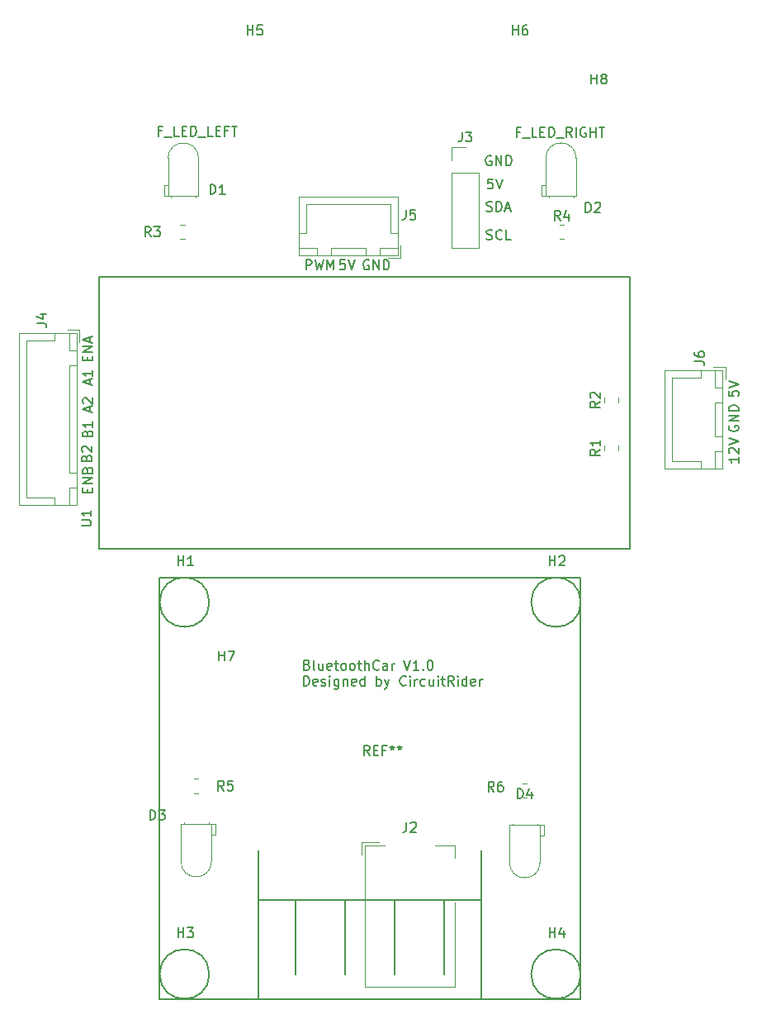
<source format=gto>
%TF.GenerationSoftware,KiCad,Pcbnew,9.0.6*%
%TF.CreationDate,2026-01-26T22:39:46+07:00*%
%TF.ProjectId,BluetoothCar,426c7565-746f-46f7-9468-4361722e6b69,rev?*%
%TF.SameCoordinates,Original*%
%TF.FileFunction,Legend,Top*%
%TF.FilePolarity,Positive*%
%FSLAX46Y46*%
G04 Gerber Fmt 4.6, Leading zero omitted, Abs format (unit mm)*
G04 Created by KiCad (PCBNEW 9.0.6) date 2026-01-26 22:39:46*
%MOMM*%
%LPD*%
G01*
G04 APERTURE LIST*
%ADD10C,0.150000*%
%ADD11C,0.120000*%
%ADD12C,0.127000*%
G04 APERTURE END LIST*
D10*
X147734819Y-100239411D02*
X147734819Y-100810839D01*
X147734819Y-100525125D02*
X146734819Y-100525125D01*
X146734819Y-100525125D02*
X146877676Y-100620363D01*
X146877676Y-100620363D02*
X146972914Y-100715601D01*
X146972914Y-100715601D02*
X147020533Y-100810839D01*
X146830057Y-99858458D02*
X146782438Y-99810839D01*
X146782438Y-99810839D02*
X146734819Y-99715601D01*
X146734819Y-99715601D02*
X146734819Y-99477506D01*
X146734819Y-99477506D02*
X146782438Y-99382268D01*
X146782438Y-99382268D02*
X146830057Y-99334649D01*
X146830057Y-99334649D02*
X146925295Y-99287030D01*
X146925295Y-99287030D02*
X147020533Y-99287030D01*
X147020533Y-99287030D02*
X147163390Y-99334649D01*
X147163390Y-99334649D02*
X147734819Y-99906077D01*
X147734819Y-99906077D02*
X147734819Y-99287030D01*
X146734819Y-99001315D02*
X147734819Y-98667982D01*
X147734819Y-98667982D02*
X146734819Y-98334649D01*
X146782438Y-97039411D02*
X146734819Y-97134649D01*
X146734819Y-97134649D02*
X146734819Y-97277506D01*
X146734819Y-97277506D02*
X146782438Y-97420363D01*
X146782438Y-97420363D02*
X146877676Y-97515601D01*
X146877676Y-97515601D02*
X146972914Y-97563220D01*
X146972914Y-97563220D02*
X147163390Y-97610839D01*
X147163390Y-97610839D02*
X147306247Y-97610839D01*
X147306247Y-97610839D02*
X147496723Y-97563220D01*
X147496723Y-97563220D02*
X147591961Y-97515601D01*
X147591961Y-97515601D02*
X147687200Y-97420363D01*
X147687200Y-97420363D02*
X147734819Y-97277506D01*
X147734819Y-97277506D02*
X147734819Y-97182268D01*
X147734819Y-97182268D02*
X147687200Y-97039411D01*
X147687200Y-97039411D02*
X147639580Y-96991792D01*
X147639580Y-96991792D02*
X147306247Y-96991792D01*
X147306247Y-96991792D02*
X147306247Y-97182268D01*
X147734819Y-96563220D02*
X146734819Y-96563220D01*
X146734819Y-96563220D02*
X147734819Y-95991792D01*
X147734819Y-95991792D02*
X146734819Y-95991792D01*
X147734819Y-95515601D02*
X146734819Y-95515601D01*
X146734819Y-95515601D02*
X146734819Y-95277506D01*
X146734819Y-95277506D02*
X146782438Y-95134649D01*
X146782438Y-95134649D02*
X146877676Y-95039411D01*
X146877676Y-95039411D02*
X146972914Y-94991792D01*
X146972914Y-94991792D02*
X147163390Y-94944173D01*
X147163390Y-94944173D02*
X147306247Y-94944173D01*
X147306247Y-94944173D02*
X147496723Y-94991792D01*
X147496723Y-94991792D02*
X147591961Y-95039411D01*
X147591961Y-95039411D02*
X147687200Y-95134649D01*
X147687200Y-95134649D02*
X147734819Y-95277506D01*
X147734819Y-95277506D02*
X147734819Y-95515601D01*
X103470112Y-121536065D02*
X103612969Y-121583684D01*
X103612969Y-121583684D02*
X103660588Y-121631303D01*
X103660588Y-121631303D02*
X103708207Y-121726541D01*
X103708207Y-121726541D02*
X103708207Y-121869398D01*
X103708207Y-121869398D02*
X103660588Y-121964636D01*
X103660588Y-121964636D02*
X103612969Y-122012256D01*
X103612969Y-122012256D02*
X103517731Y-122059875D01*
X103517731Y-122059875D02*
X103136779Y-122059875D01*
X103136779Y-122059875D02*
X103136779Y-121059875D01*
X103136779Y-121059875D02*
X103470112Y-121059875D01*
X103470112Y-121059875D02*
X103565350Y-121107494D01*
X103565350Y-121107494D02*
X103612969Y-121155113D01*
X103612969Y-121155113D02*
X103660588Y-121250351D01*
X103660588Y-121250351D02*
X103660588Y-121345589D01*
X103660588Y-121345589D02*
X103612969Y-121440827D01*
X103612969Y-121440827D02*
X103565350Y-121488446D01*
X103565350Y-121488446D02*
X103470112Y-121536065D01*
X103470112Y-121536065D02*
X103136779Y-121536065D01*
X104279636Y-122059875D02*
X104184398Y-122012256D01*
X104184398Y-122012256D02*
X104136779Y-121917017D01*
X104136779Y-121917017D02*
X104136779Y-121059875D01*
X105089160Y-121393208D02*
X105089160Y-122059875D01*
X104660589Y-121393208D02*
X104660589Y-121917017D01*
X104660589Y-121917017D02*
X104708208Y-122012256D01*
X104708208Y-122012256D02*
X104803446Y-122059875D01*
X104803446Y-122059875D02*
X104946303Y-122059875D01*
X104946303Y-122059875D02*
X105041541Y-122012256D01*
X105041541Y-122012256D02*
X105089160Y-121964636D01*
X105946303Y-122012256D02*
X105851065Y-122059875D01*
X105851065Y-122059875D02*
X105660589Y-122059875D01*
X105660589Y-122059875D02*
X105565351Y-122012256D01*
X105565351Y-122012256D02*
X105517732Y-121917017D01*
X105517732Y-121917017D02*
X105517732Y-121536065D01*
X105517732Y-121536065D02*
X105565351Y-121440827D01*
X105565351Y-121440827D02*
X105660589Y-121393208D01*
X105660589Y-121393208D02*
X105851065Y-121393208D01*
X105851065Y-121393208D02*
X105946303Y-121440827D01*
X105946303Y-121440827D02*
X105993922Y-121536065D01*
X105993922Y-121536065D02*
X105993922Y-121631303D01*
X105993922Y-121631303D02*
X105517732Y-121726541D01*
X106279637Y-121393208D02*
X106660589Y-121393208D01*
X106422494Y-121059875D02*
X106422494Y-121917017D01*
X106422494Y-121917017D02*
X106470113Y-122012256D01*
X106470113Y-122012256D02*
X106565351Y-122059875D01*
X106565351Y-122059875D02*
X106660589Y-122059875D01*
X107136780Y-122059875D02*
X107041542Y-122012256D01*
X107041542Y-122012256D02*
X106993923Y-121964636D01*
X106993923Y-121964636D02*
X106946304Y-121869398D01*
X106946304Y-121869398D02*
X106946304Y-121583684D01*
X106946304Y-121583684D02*
X106993923Y-121488446D01*
X106993923Y-121488446D02*
X107041542Y-121440827D01*
X107041542Y-121440827D02*
X107136780Y-121393208D01*
X107136780Y-121393208D02*
X107279637Y-121393208D01*
X107279637Y-121393208D02*
X107374875Y-121440827D01*
X107374875Y-121440827D02*
X107422494Y-121488446D01*
X107422494Y-121488446D02*
X107470113Y-121583684D01*
X107470113Y-121583684D02*
X107470113Y-121869398D01*
X107470113Y-121869398D02*
X107422494Y-121964636D01*
X107422494Y-121964636D02*
X107374875Y-122012256D01*
X107374875Y-122012256D02*
X107279637Y-122059875D01*
X107279637Y-122059875D02*
X107136780Y-122059875D01*
X108041542Y-122059875D02*
X107946304Y-122012256D01*
X107946304Y-122012256D02*
X107898685Y-121964636D01*
X107898685Y-121964636D02*
X107851066Y-121869398D01*
X107851066Y-121869398D02*
X107851066Y-121583684D01*
X107851066Y-121583684D02*
X107898685Y-121488446D01*
X107898685Y-121488446D02*
X107946304Y-121440827D01*
X107946304Y-121440827D02*
X108041542Y-121393208D01*
X108041542Y-121393208D02*
X108184399Y-121393208D01*
X108184399Y-121393208D02*
X108279637Y-121440827D01*
X108279637Y-121440827D02*
X108327256Y-121488446D01*
X108327256Y-121488446D02*
X108374875Y-121583684D01*
X108374875Y-121583684D02*
X108374875Y-121869398D01*
X108374875Y-121869398D02*
X108327256Y-121964636D01*
X108327256Y-121964636D02*
X108279637Y-122012256D01*
X108279637Y-122012256D02*
X108184399Y-122059875D01*
X108184399Y-122059875D02*
X108041542Y-122059875D01*
X108660590Y-121393208D02*
X109041542Y-121393208D01*
X108803447Y-121059875D02*
X108803447Y-121917017D01*
X108803447Y-121917017D02*
X108851066Y-122012256D01*
X108851066Y-122012256D02*
X108946304Y-122059875D01*
X108946304Y-122059875D02*
X109041542Y-122059875D01*
X109374876Y-122059875D02*
X109374876Y-121059875D01*
X109803447Y-122059875D02*
X109803447Y-121536065D01*
X109803447Y-121536065D02*
X109755828Y-121440827D01*
X109755828Y-121440827D02*
X109660590Y-121393208D01*
X109660590Y-121393208D02*
X109517733Y-121393208D01*
X109517733Y-121393208D02*
X109422495Y-121440827D01*
X109422495Y-121440827D02*
X109374876Y-121488446D01*
X110851066Y-121964636D02*
X110803447Y-122012256D01*
X110803447Y-122012256D02*
X110660590Y-122059875D01*
X110660590Y-122059875D02*
X110565352Y-122059875D01*
X110565352Y-122059875D02*
X110422495Y-122012256D01*
X110422495Y-122012256D02*
X110327257Y-121917017D01*
X110327257Y-121917017D02*
X110279638Y-121821779D01*
X110279638Y-121821779D02*
X110232019Y-121631303D01*
X110232019Y-121631303D02*
X110232019Y-121488446D01*
X110232019Y-121488446D02*
X110279638Y-121297970D01*
X110279638Y-121297970D02*
X110327257Y-121202732D01*
X110327257Y-121202732D02*
X110422495Y-121107494D01*
X110422495Y-121107494D02*
X110565352Y-121059875D01*
X110565352Y-121059875D02*
X110660590Y-121059875D01*
X110660590Y-121059875D02*
X110803447Y-121107494D01*
X110803447Y-121107494D02*
X110851066Y-121155113D01*
X111708209Y-122059875D02*
X111708209Y-121536065D01*
X111708209Y-121536065D02*
X111660590Y-121440827D01*
X111660590Y-121440827D02*
X111565352Y-121393208D01*
X111565352Y-121393208D02*
X111374876Y-121393208D01*
X111374876Y-121393208D02*
X111279638Y-121440827D01*
X111708209Y-122012256D02*
X111612971Y-122059875D01*
X111612971Y-122059875D02*
X111374876Y-122059875D01*
X111374876Y-122059875D02*
X111279638Y-122012256D01*
X111279638Y-122012256D02*
X111232019Y-121917017D01*
X111232019Y-121917017D02*
X111232019Y-121821779D01*
X111232019Y-121821779D02*
X111279638Y-121726541D01*
X111279638Y-121726541D02*
X111374876Y-121678922D01*
X111374876Y-121678922D02*
X111612971Y-121678922D01*
X111612971Y-121678922D02*
X111708209Y-121631303D01*
X112184400Y-122059875D02*
X112184400Y-121393208D01*
X112184400Y-121583684D02*
X112232019Y-121488446D01*
X112232019Y-121488446D02*
X112279638Y-121440827D01*
X112279638Y-121440827D02*
X112374876Y-121393208D01*
X112374876Y-121393208D02*
X112470114Y-121393208D01*
X113422496Y-121059875D02*
X113755829Y-122059875D01*
X113755829Y-122059875D02*
X114089162Y-121059875D01*
X114946305Y-122059875D02*
X114374877Y-122059875D01*
X114660591Y-122059875D02*
X114660591Y-121059875D01*
X114660591Y-121059875D02*
X114565353Y-121202732D01*
X114565353Y-121202732D02*
X114470115Y-121297970D01*
X114470115Y-121297970D02*
X114374877Y-121345589D01*
X115374877Y-121964636D02*
X115422496Y-122012256D01*
X115422496Y-122012256D02*
X115374877Y-122059875D01*
X115374877Y-122059875D02*
X115327258Y-122012256D01*
X115327258Y-122012256D02*
X115374877Y-121964636D01*
X115374877Y-121964636D02*
X115374877Y-122059875D01*
X116041543Y-121059875D02*
X116136781Y-121059875D01*
X116136781Y-121059875D02*
X116232019Y-121107494D01*
X116232019Y-121107494D02*
X116279638Y-121155113D01*
X116279638Y-121155113D02*
X116327257Y-121250351D01*
X116327257Y-121250351D02*
X116374876Y-121440827D01*
X116374876Y-121440827D02*
X116374876Y-121678922D01*
X116374876Y-121678922D02*
X116327257Y-121869398D01*
X116327257Y-121869398D02*
X116279638Y-121964636D01*
X116279638Y-121964636D02*
X116232019Y-122012256D01*
X116232019Y-122012256D02*
X116136781Y-122059875D01*
X116136781Y-122059875D02*
X116041543Y-122059875D01*
X116041543Y-122059875D02*
X115946305Y-122012256D01*
X115946305Y-122012256D02*
X115898686Y-121964636D01*
X115898686Y-121964636D02*
X115851067Y-121869398D01*
X115851067Y-121869398D02*
X115803448Y-121678922D01*
X115803448Y-121678922D02*
X115803448Y-121440827D01*
X115803448Y-121440827D02*
X115851067Y-121250351D01*
X115851067Y-121250351D02*
X115898686Y-121155113D01*
X115898686Y-121155113D02*
X115946305Y-121107494D01*
X115946305Y-121107494D02*
X116041543Y-121059875D01*
X103136779Y-123669819D02*
X103136779Y-122669819D01*
X103136779Y-122669819D02*
X103374874Y-122669819D01*
X103374874Y-122669819D02*
X103517731Y-122717438D01*
X103517731Y-122717438D02*
X103612969Y-122812676D01*
X103612969Y-122812676D02*
X103660588Y-122907914D01*
X103660588Y-122907914D02*
X103708207Y-123098390D01*
X103708207Y-123098390D02*
X103708207Y-123241247D01*
X103708207Y-123241247D02*
X103660588Y-123431723D01*
X103660588Y-123431723D02*
X103612969Y-123526961D01*
X103612969Y-123526961D02*
X103517731Y-123622200D01*
X103517731Y-123622200D02*
X103374874Y-123669819D01*
X103374874Y-123669819D02*
X103136779Y-123669819D01*
X104517731Y-123622200D02*
X104422493Y-123669819D01*
X104422493Y-123669819D02*
X104232017Y-123669819D01*
X104232017Y-123669819D02*
X104136779Y-123622200D01*
X104136779Y-123622200D02*
X104089160Y-123526961D01*
X104089160Y-123526961D02*
X104089160Y-123146009D01*
X104089160Y-123146009D02*
X104136779Y-123050771D01*
X104136779Y-123050771D02*
X104232017Y-123003152D01*
X104232017Y-123003152D02*
X104422493Y-123003152D01*
X104422493Y-123003152D02*
X104517731Y-123050771D01*
X104517731Y-123050771D02*
X104565350Y-123146009D01*
X104565350Y-123146009D02*
X104565350Y-123241247D01*
X104565350Y-123241247D02*
X104089160Y-123336485D01*
X104946303Y-123622200D02*
X105041541Y-123669819D01*
X105041541Y-123669819D02*
X105232017Y-123669819D01*
X105232017Y-123669819D02*
X105327255Y-123622200D01*
X105327255Y-123622200D02*
X105374874Y-123526961D01*
X105374874Y-123526961D02*
X105374874Y-123479342D01*
X105374874Y-123479342D02*
X105327255Y-123384104D01*
X105327255Y-123384104D02*
X105232017Y-123336485D01*
X105232017Y-123336485D02*
X105089160Y-123336485D01*
X105089160Y-123336485D02*
X104993922Y-123288866D01*
X104993922Y-123288866D02*
X104946303Y-123193628D01*
X104946303Y-123193628D02*
X104946303Y-123146009D01*
X104946303Y-123146009D02*
X104993922Y-123050771D01*
X104993922Y-123050771D02*
X105089160Y-123003152D01*
X105089160Y-123003152D02*
X105232017Y-123003152D01*
X105232017Y-123003152D02*
X105327255Y-123050771D01*
X105803446Y-123669819D02*
X105803446Y-123003152D01*
X105803446Y-122669819D02*
X105755827Y-122717438D01*
X105755827Y-122717438D02*
X105803446Y-122765057D01*
X105803446Y-122765057D02*
X105851065Y-122717438D01*
X105851065Y-122717438D02*
X105803446Y-122669819D01*
X105803446Y-122669819D02*
X105803446Y-122765057D01*
X106708207Y-123003152D02*
X106708207Y-123812676D01*
X106708207Y-123812676D02*
X106660588Y-123907914D01*
X106660588Y-123907914D02*
X106612969Y-123955533D01*
X106612969Y-123955533D02*
X106517731Y-124003152D01*
X106517731Y-124003152D02*
X106374874Y-124003152D01*
X106374874Y-124003152D02*
X106279636Y-123955533D01*
X106708207Y-123622200D02*
X106612969Y-123669819D01*
X106612969Y-123669819D02*
X106422493Y-123669819D01*
X106422493Y-123669819D02*
X106327255Y-123622200D01*
X106327255Y-123622200D02*
X106279636Y-123574580D01*
X106279636Y-123574580D02*
X106232017Y-123479342D01*
X106232017Y-123479342D02*
X106232017Y-123193628D01*
X106232017Y-123193628D02*
X106279636Y-123098390D01*
X106279636Y-123098390D02*
X106327255Y-123050771D01*
X106327255Y-123050771D02*
X106422493Y-123003152D01*
X106422493Y-123003152D02*
X106612969Y-123003152D01*
X106612969Y-123003152D02*
X106708207Y-123050771D01*
X107184398Y-123003152D02*
X107184398Y-123669819D01*
X107184398Y-123098390D02*
X107232017Y-123050771D01*
X107232017Y-123050771D02*
X107327255Y-123003152D01*
X107327255Y-123003152D02*
X107470112Y-123003152D01*
X107470112Y-123003152D02*
X107565350Y-123050771D01*
X107565350Y-123050771D02*
X107612969Y-123146009D01*
X107612969Y-123146009D02*
X107612969Y-123669819D01*
X108470112Y-123622200D02*
X108374874Y-123669819D01*
X108374874Y-123669819D02*
X108184398Y-123669819D01*
X108184398Y-123669819D02*
X108089160Y-123622200D01*
X108089160Y-123622200D02*
X108041541Y-123526961D01*
X108041541Y-123526961D02*
X108041541Y-123146009D01*
X108041541Y-123146009D02*
X108089160Y-123050771D01*
X108089160Y-123050771D02*
X108184398Y-123003152D01*
X108184398Y-123003152D02*
X108374874Y-123003152D01*
X108374874Y-123003152D02*
X108470112Y-123050771D01*
X108470112Y-123050771D02*
X108517731Y-123146009D01*
X108517731Y-123146009D02*
X108517731Y-123241247D01*
X108517731Y-123241247D02*
X108041541Y-123336485D01*
X109374874Y-123669819D02*
X109374874Y-122669819D01*
X109374874Y-123622200D02*
X109279636Y-123669819D01*
X109279636Y-123669819D02*
X109089160Y-123669819D01*
X109089160Y-123669819D02*
X108993922Y-123622200D01*
X108993922Y-123622200D02*
X108946303Y-123574580D01*
X108946303Y-123574580D02*
X108898684Y-123479342D01*
X108898684Y-123479342D02*
X108898684Y-123193628D01*
X108898684Y-123193628D02*
X108946303Y-123098390D01*
X108946303Y-123098390D02*
X108993922Y-123050771D01*
X108993922Y-123050771D02*
X109089160Y-123003152D01*
X109089160Y-123003152D02*
X109279636Y-123003152D01*
X109279636Y-123003152D02*
X109374874Y-123050771D01*
X110612970Y-123669819D02*
X110612970Y-122669819D01*
X110612970Y-123050771D02*
X110708208Y-123003152D01*
X110708208Y-123003152D02*
X110898684Y-123003152D01*
X110898684Y-123003152D02*
X110993922Y-123050771D01*
X110993922Y-123050771D02*
X111041541Y-123098390D01*
X111041541Y-123098390D02*
X111089160Y-123193628D01*
X111089160Y-123193628D02*
X111089160Y-123479342D01*
X111089160Y-123479342D02*
X111041541Y-123574580D01*
X111041541Y-123574580D02*
X110993922Y-123622200D01*
X110993922Y-123622200D02*
X110898684Y-123669819D01*
X110898684Y-123669819D02*
X110708208Y-123669819D01*
X110708208Y-123669819D02*
X110612970Y-123622200D01*
X111422494Y-123003152D02*
X111660589Y-123669819D01*
X111898684Y-123003152D02*
X111660589Y-123669819D01*
X111660589Y-123669819D02*
X111565351Y-123907914D01*
X111565351Y-123907914D02*
X111517732Y-123955533D01*
X111517732Y-123955533D02*
X111422494Y-124003152D01*
X113612970Y-123574580D02*
X113565351Y-123622200D01*
X113565351Y-123622200D02*
X113422494Y-123669819D01*
X113422494Y-123669819D02*
X113327256Y-123669819D01*
X113327256Y-123669819D02*
X113184399Y-123622200D01*
X113184399Y-123622200D02*
X113089161Y-123526961D01*
X113089161Y-123526961D02*
X113041542Y-123431723D01*
X113041542Y-123431723D02*
X112993923Y-123241247D01*
X112993923Y-123241247D02*
X112993923Y-123098390D01*
X112993923Y-123098390D02*
X113041542Y-122907914D01*
X113041542Y-122907914D02*
X113089161Y-122812676D01*
X113089161Y-122812676D02*
X113184399Y-122717438D01*
X113184399Y-122717438D02*
X113327256Y-122669819D01*
X113327256Y-122669819D02*
X113422494Y-122669819D01*
X113422494Y-122669819D02*
X113565351Y-122717438D01*
X113565351Y-122717438D02*
X113612970Y-122765057D01*
X114041542Y-123669819D02*
X114041542Y-123003152D01*
X114041542Y-122669819D02*
X113993923Y-122717438D01*
X113993923Y-122717438D02*
X114041542Y-122765057D01*
X114041542Y-122765057D02*
X114089161Y-122717438D01*
X114089161Y-122717438D02*
X114041542Y-122669819D01*
X114041542Y-122669819D02*
X114041542Y-122765057D01*
X114517732Y-123669819D02*
X114517732Y-123003152D01*
X114517732Y-123193628D02*
X114565351Y-123098390D01*
X114565351Y-123098390D02*
X114612970Y-123050771D01*
X114612970Y-123050771D02*
X114708208Y-123003152D01*
X114708208Y-123003152D02*
X114803446Y-123003152D01*
X115565351Y-123622200D02*
X115470113Y-123669819D01*
X115470113Y-123669819D02*
X115279637Y-123669819D01*
X115279637Y-123669819D02*
X115184399Y-123622200D01*
X115184399Y-123622200D02*
X115136780Y-123574580D01*
X115136780Y-123574580D02*
X115089161Y-123479342D01*
X115089161Y-123479342D02*
X115089161Y-123193628D01*
X115089161Y-123193628D02*
X115136780Y-123098390D01*
X115136780Y-123098390D02*
X115184399Y-123050771D01*
X115184399Y-123050771D02*
X115279637Y-123003152D01*
X115279637Y-123003152D02*
X115470113Y-123003152D01*
X115470113Y-123003152D02*
X115565351Y-123050771D01*
X116422494Y-123003152D02*
X116422494Y-123669819D01*
X115993923Y-123003152D02*
X115993923Y-123526961D01*
X115993923Y-123526961D02*
X116041542Y-123622200D01*
X116041542Y-123622200D02*
X116136780Y-123669819D01*
X116136780Y-123669819D02*
X116279637Y-123669819D01*
X116279637Y-123669819D02*
X116374875Y-123622200D01*
X116374875Y-123622200D02*
X116422494Y-123574580D01*
X116898685Y-123669819D02*
X116898685Y-123003152D01*
X116898685Y-122669819D02*
X116851066Y-122717438D01*
X116851066Y-122717438D02*
X116898685Y-122765057D01*
X116898685Y-122765057D02*
X116946304Y-122717438D01*
X116946304Y-122717438D02*
X116898685Y-122669819D01*
X116898685Y-122669819D02*
X116898685Y-122765057D01*
X117232018Y-123003152D02*
X117612970Y-123003152D01*
X117374875Y-122669819D02*
X117374875Y-123526961D01*
X117374875Y-123526961D02*
X117422494Y-123622200D01*
X117422494Y-123622200D02*
X117517732Y-123669819D01*
X117517732Y-123669819D02*
X117612970Y-123669819D01*
X118517732Y-123669819D02*
X118184399Y-123193628D01*
X117946304Y-123669819D02*
X117946304Y-122669819D01*
X117946304Y-122669819D02*
X118327256Y-122669819D01*
X118327256Y-122669819D02*
X118422494Y-122717438D01*
X118422494Y-122717438D02*
X118470113Y-122765057D01*
X118470113Y-122765057D02*
X118517732Y-122860295D01*
X118517732Y-122860295D02*
X118517732Y-123003152D01*
X118517732Y-123003152D02*
X118470113Y-123098390D01*
X118470113Y-123098390D02*
X118422494Y-123146009D01*
X118422494Y-123146009D02*
X118327256Y-123193628D01*
X118327256Y-123193628D02*
X117946304Y-123193628D01*
X118946304Y-123669819D02*
X118946304Y-123003152D01*
X118946304Y-122669819D02*
X118898685Y-122717438D01*
X118898685Y-122717438D02*
X118946304Y-122765057D01*
X118946304Y-122765057D02*
X118993923Y-122717438D01*
X118993923Y-122717438D02*
X118946304Y-122669819D01*
X118946304Y-122669819D02*
X118946304Y-122765057D01*
X119851065Y-123669819D02*
X119851065Y-122669819D01*
X119851065Y-123622200D02*
X119755827Y-123669819D01*
X119755827Y-123669819D02*
X119565351Y-123669819D01*
X119565351Y-123669819D02*
X119470113Y-123622200D01*
X119470113Y-123622200D02*
X119422494Y-123574580D01*
X119422494Y-123574580D02*
X119374875Y-123479342D01*
X119374875Y-123479342D02*
X119374875Y-123193628D01*
X119374875Y-123193628D02*
X119422494Y-123098390D01*
X119422494Y-123098390D02*
X119470113Y-123050771D01*
X119470113Y-123050771D02*
X119565351Y-123003152D01*
X119565351Y-123003152D02*
X119755827Y-123003152D01*
X119755827Y-123003152D02*
X119851065Y-123050771D01*
X120708208Y-123622200D02*
X120612970Y-123669819D01*
X120612970Y-123669819D02*
X120422494Y-123669819D01*
X120422494Y-123669819D02*
X120327256Y-123622200D01*
X120327256Y-123622200D02*
X120279637Y-123526961D01*
X120279637Y-123526961D02*
X120279637Y-123146009D01*
X120279637Y-123146009D02*
X120327256Y-123050771D01*
X120327256Y-123050771D02*
X120422494Y-123003152D01*
X120422494Y-123003152D02*
X120612970Y-123003152D01*
X120612970Y-123003152D02*
X120708208Y-123050771D01*
X120708208Y-123050771D02*
X120755827Y-123146009D01*
X120755827Y-123146009D02*
X120755827Y-123241247D01*
X120755827Y-123241247D02*
X120279637Y-123336485D01*
X121184399Y-123669819D02*
X121184399Y-123003152D01*
X121184399Y-123193628D02*
X121232018Y-123098390D01*
X121232018Y-123098390D02*
X121279637Y-123050771D01*
X121279637Y-123050771D02*
X121374875Y-123003152D01*
X121374875Y-123003152D02*
X121470113Y-123003152D01*
X107352969Y-80044819D02*
X106876779Y-80044819D01*
X106876779Y-80044819D02*
X106829160Y-80521009D01*
X106829160Y-80521009D02*
X106876779Y-80473390D01*
X106876779Y-80473390D02*
X106972017Y-80425771D01*
X106972017Y-80425771D02*
X107210112Y-80425771D01*
X107210112Y-80425771D02*
X107305350Y-80473390D01*
X107305350Y-80473390D02*
X107352969Y-80521009D01*
X107352969Y-80521009D02*
X107400588Y-80616247D01*
X107400588Y-80616247D02*
X107400588Y-80854342D01*
X107400588Y-80854342D02*
X107352969Y-80949580D01*
X107352969Y-80949580D02*
X107305350Y-80997200D01*
X107305350Y-80997200D02*
X107210112Y-81044819D01*
X107210112Y-81044819D02*
X106972017Y-81044819D01*
X106972017Y-81044819D02*
X106876779Y-80997200D01*
X106876779Y-80997200D02*
X106829160Y-80949580D01*
X107686303Y-80044819D02*
X108019636Y-81044819D01*
X108019636Y-81044819D02*
X108352969Y-80044819D01*
X80946009Y-90363220D02*
X80946009Y-90029887D01*
X81469819Y-89887030D02*
X81469819Y-90363220D01*
X81469819Y-90363220D02*
X80469819Y-90363220D01*
X80469819Y-90363220D02*
X80469819Y-89887030D01*
X81469819Y-89458458D02*
X80469819Y-89458458D01*
X80469819Y-89458458D02*
X81469819Y-88887030D01*
X81469819Y-88887030D02*
X80469819Y-88887030D01*
X81184104Y-88458458D02*
X81184104Y-87982268D01*
X81469819Y-88553696D02*
X80469819Y-88220363D01*
X80469819Y-88220363D02*
X81469819Y-87887030D01*
X146734819Y-93487030D02*
X146734819Y-93963220D01*
X146734819Y-93963220D02*
X147211009Y-94010839D01*
X147211009Y-94010839D02*
X147163390Y-93963220D01*
X147163390Y-93963220D02*
X147115771Y-93867982D01*
X147115771Y-93867982D02*
X147115771Y-93629887D01*
X147115771Y-93629887D02*
X147163390Y-93534649D01*
X147163390Y-93534649D02*
X147211009Y-93487030D01*
X147211009Y-93487030D02*
X147306247Y-93439411D01*
X147306247Y-93439411D02*
X147544342Y-93439411D01*
X147544342Y-93439411D02*
X147639580Y-93487030D01*
X147639580Y-93487030D02*
X147687200Y-93534649D01*
X147687200Y-93534649D02*
X147734819Y-93629887D01*
X147734819Y-93629887D02*
X147734819Y-93867982D01*
X147734819Y-93867982D02*
X147687200Y-93963220D01*
X147687200Y-93963220D02*
X147639580Y-94010839D01*
X146734819Y-93153696D02*
X147734819Y-92820363D01*
X147734819Y-92820363D02*
X146734819Y-92487030D01*
X103376779Y-81044819D02*
X103376779Y-80044819D01*
X103376779Y-80044819D02*
X103757731Y-80044819D01*
X103757731Y-80044819D02*
X103852969Y-80092438D01*
X103852969Y-80092438D02*
X103900588Y-80140057D01*
X103900588Y-80140057D02*
X103948207Y-80235295D01*
X103948207Y-80235295D02*
X103948207Y-80378152D01*
X103948207Y-80378152D02*
X103900588Y-80473390D01*
X103900588Y-80473390D02*
X103852969Y-80521009D01*
X103852969Y-80521009D02*
X103757731Y-80568628D01*
X103757731Y-80568628D02*
X103376779Y-80568628D01*
X104281541Y-80044819D02*
X104519636Y-81044819D01*
X104519636Y-81044819D02*
X104710112Y-80330533D01*
X104710112Y-80330533D02*
X104900588Y-81044819D01*
X104900588Y-81044819D02*
X105138684Y-80044819D01*
X105519636Y-81044819D02*
X105519636Y-80044819D01*
X105519636Y-80044819D02*
X105852969Y-80759104D01*
X105852969Y-80759104D02*
X106186302Y-80044819D01*
X106186302Y-80044819D02*
X106186302Y-81044819D01*
X80846009Y-100329887D02*
X80893628Y-100187030D01*
X80893628Y-100187030D02*
X80941247Y-100139411D01*
X80941247Y-100139411D02*
X81036485Y-100091792D01*
X81036485Y-100091792D02*
X81179342Y-100091792D01*
X81179342Y-100091792D02*
X81274580Y-100139411D01*
X81274580Y-100139411D02*
X81322200Y-100187030D01*
X81322200Y-100187030D02*
X81369819Y-100282268D01*
X81369819Y-100282268D02*
X81369819Y-100663220D01*
X81369819Y-100663220D02*
X80369819Y-100663220D01*
X80369819Y-100663220D02*
X80369819Y-100329887D01*
X80369819Y-100329887D02*
X80417438Y-100234649D01*
X80417438Y-100234649D02*
X80465057Y-100187030D01*
X80465057Y-100187030D02*
X80560295Y-100139411D01*
X80560295Y-100139411D02*
X80655533Y-100139411D01*
X80655533Y-100139411D02*
X80750771Y-100187030D01*
X80750771Y-100187030D02*
X80798390Y-100234649D01*
X80798390Y-100234649D02*
X80846009Y-100329887D01*
X80846009Y-100329887D02*
X80846009Y-100663220D01*
X80465057Y-99710839D02*
X80417438Y-99663220D01*
X80417438Y-99663220D02*
X80369819Y-99567982D01*
X80369819Y-99567982D02*
X80369819Y-99329887D01*
X80369819Y-99329887D02*
X80417438Y-99234649D01*
X80417438Y-99234649D02*
X80465057Y-99187030D01*
X80465057Y-99187030D02*
X80560295Y-99139411D01*
X80560295Y-99139411D02*
X80655533Y-99139411D01*
X80655533Y-99139411D02*
X80798390Y-99187030D01*
X80798390Y-99187030D02*
X81369819Y-99758458D01*
X81369819Y-99758458D02*
X81369819Y-99139411D01*
X122512969Y-71769819D02*
X122036779Y-71769819D01*
X122036779Y-71769819D02*
X121989160Y-72246009D01*
X121989160Y-72246009D02*
X122036779Y-72198390D01*
X122036779Y-72198390D02*
X122132017Y-72150771D01*
X122132017Y-72150771D02*
X122370112Y-72150771D01*
X122370112Y-72150771D02*
X122465350Y-72198390D01*
X122465350Y-72198390D02*
X122512969Y-72246009D01*
X122512969Y-72246009D02*
X122560588Y-72341247D01*
X122560588Y-72341247D02*
X122560588Y-72579342D01*
X122560588Y-72579342D02*
X122512969Y-72674580D01*
X122512969Y-72674580D02*
X122465350Y-72722200D01*
X122465350Y-72722200D02*
X122370112Y-72769819D01*
X122370112Y-72769819D02*
X122132017Y-72769819D01*
X122132017Y-72769819D02*
X122036779Y-72722200D01*
X122036779Y-72722200D02*
X121989160Y-72674580D01*
X122846303Y-71769819D02*
X123179636Y-72769819D01*
X123179636Y-72769819D02*
X123512969Y-71769819D01*
X80946009Y-97829887D02*
X80993628Y-97687030D01*
X80993628Y-97687030D02*
X81041247Y-97639411D01*
X81041247Y-97639411D02*
X81136485Y-97591792D01*
X81136485Y-97591792D02*
X81279342Y-97591792D01*
X81279342Y-97591792D02*
X81374580Y-97639411D01*
X81374580Y-97639411D02*
X81422200Y-97687030D01*
X81422200Y-97687030D02*
X81469819Y-97782268D01*
X81469819Y-97782268D02*
X81469819Y-98163220D01*
X81469819Y-98163220D02*
X80469819Y-98163220D01*
X80469819Y-98163220D02*
X80469819Y-97829887D01*
X80469819Y-97829887D02*
X80517438Y-97734649D01*
X80517438Y-97734649D02*
X80565057Y-97687030D01*
X80565057Y-97687030D02*
X80660295Y-97639411D01*
X80660295Y-97639411D02*
X80755533Y-97639411D01*
X80755533Y-97639411D02*
X80850771Y-97687030D01*
X80850771Y-97687030D02*
X80898390Y-97734649D01*
X80898390Y-97734649D02*
X80946009Y-97829887D01*
X80946009Y-97829887D02*
X80946009Y-98163220D01*
X81469819Y-96639411D02*
X81469819Y-97210839D01*
X81469819Y-96925125D02*
X80469819Y-96925125D01*
X80469819Y-96925125D02*
X80612676Y-97020363D01*
X80612676Y-97020363D02*
X80707914Y-97115601D01*
X80707914Y-97115601D02*
X80755533Y-97210839D01*
X81184104Y-95610839D02*
X81184104Y-95134649D01*
X81469819Y-95706077D02*
X80469819Y-95372744D01*
X80469819Y-95372744D02*
X81469819Y-95039411D01*
X80565057Y-94753696D02*
X80517438Y-94706077D01*
X80517438Y-94706077D02*
X80469819Y-94610839D01*
X80469819Y-94610839D02*
X80469819Y-94372744D01*
X80469819Y-94372744D02*
X80517438Y-94277506D01*
X80517438Y-94277506D02*
X80565057Y-94229887D01*
X80565057Y-94229887D02*
X80660295Y-94182268D01*
X80660295Y-94182268D02*
X80755533Y-94182268D01*
X80755533Y-94182268D02*
X80898390Y-94229887D01*
X80898390Y-94229887D02*
X81469819Y-94801315D01*
X81469819Y-94801315D02*
X81469819Y-94182268D01*
X81184104Y-92810839D02*
X81184104Y-92334649D01*
X81469819Y-92906077D02*
X80469819Y-92572744D01*
X80469819Y-92572744D02*
X81469819Y-92239411D01*
X81469819Y-91382268D02*
X81469819Y-91953696D01*
X81469819Y-91667982D02*
X80469819Y-91667982D01*
X80469819Y-91667982D02*
X80612676Y-91763220D01*
X80612676Y-91763220D02*
X80707914Y-91858458D01*
X80707914Y-91858458D02*
X80755533Y-91953696D01*
X109800588Y-80092438D02*
X109705350Y-80044819D01*
X109705350Y-80044819D02*
X109562493Y-80044819D01*
X109562493Y-80044819D02*
X109419636Y-80092438D01*
X109419636Y-80092438D02*
X109324398Y-80187676D01*
X109324398Y-80187676D02*
X109276779Y-80282914D01*
X109276779Y-80282914D02*
X109229160Y-80473390D01*
X109229160Y-80473390D02*
X109229160Y-80616247D01*
X109229160Y-80616247D02*
X109276779Y-80806723D01*
X109276779Y-80806723D02*
X109324398Y-80901961D01*
X109324398Y-80901961D02*
X109419636Y-80997200D01*
X109419636Y-80997200D02*
X109562493Y-81044819D01*
X109562493Y-81044819D02*
X109657731Y-81044819D01*
X109657731Y-81044819D02*
X109800588Y-80997200D01*
X109800588Y-80997200D02*
X109848207Y-80949580D01*
X109848207Y-80949580D02*
X109848207Y-80616247D01*
X109848207Y-80616247D02*
X109657731Y-80616247D01*
X110276779Y-81044819D02*
X110276779Y-80044819D01*
X110276779Y-80044819D02*
X110848207Y-81044819D01*
X110848207Y-81044819D02*
X110848207Y-80044819D01*
X111324398Y-81044819D02*
X111324398Y-80044819D01*
X111324398Y-80044819D02*
X111562493Y-80044819D01*
X111562493Y-80044819D02*
X111705350Y-80092438D01*
X111705350Y-80092438D02*
X111800588Y-80187676D01*
X111800588Y-80187676D02*
X111848207Y-80282914D01*
X111848207Y-80282914D02*
X111895826Y-80473390D01*
X111895826Y-80473390D02*
X111895826Y-80616247D01*
X111895826Y-80616247D02*
X111848207Y-80806723D01*
X111848207Y-80806723D02*
X111800588Y-80901961D01*
X111800588Y-80901961D02*
X111705350Y-80997200D01*
X111705350Y-80997200D02*
X111562493Y-81044819D01*
X111562493Y-81044819D02*
X111324398Y-81044819D01*
X122360588Y-69417438D02*
X122265350Y-69369819D01*
X122265350Y-69369819D02*
X122122493Y-69369819D01*
X122122493Y-69369819D02*
X121979636Y-69417438D01*
X121979636Y-69417438D02*
X121884398Y-69512676D01*
X121884398Y-69512676D02*
X121836779Y-69607914D01*
X121836779Y-69607914D02*
X121789160Y-69798390D01*
X121789160Y-69798390D02*
X121789160Y-69941247D01*
X121789160Y-69941247D02*
X121836779Y-70131723D01*
X121836779Y-70131723D02*
X121884398Y-70226961D01*
X121884398Y-70226961D02*
X121979636Y-70322200D01*
X121979636Y-70322200D02*
X122122493Y-70369819D01*
X122122493Y-70369819D02*
X122217731Y-70369819D01*
X122217731Y-70369819D02*
X122360588Y-70322200D01*
X122360588Y-70322200D02*
X122408207Y-70274580D01*
X122408207Y-70274580D02*
X122408207Y-69941247D01*
X122408207Y-69941247D02*
X122217731Y-69941247D01*
X122836779Y-70369819D02*
X122836779Y-69369819D01*
X122836779Y-69369819D02*
X123408207Y-70369819D01*
X123408207Y-70369819D02*
X123408207Y-69369819D01*
X123884398Y-70369819D02*
X123884398Y-69369819D01*
X123884398Y-69369819D02*
X124122493Y-69369819D01*
X124122493Y-69369819D02*
X124265350Y-69417438D01*
X124265350Y-69417438D02*
X124360588Y-69512676D01*
X124360588Y-69512676D02*
X124408207Y-69607914D01*
X124408207Y-69607914D02*
X124455826Y-69798390D01*
X124455826Y-69798390D02*
X124455826Y-69941247D01*
X124455826Y-69941247D02*
X124408207Y-70131723D01*
X124408207Y-70131723D02*
X124360588Y-70226961D01*
X124360588Y-70226961D02*
X124265350Y-70322200D01*
X124265350Y-70322200D02*
X124122493Y-70369819D01*
X124122493Y-70369819D02*
X123884398Y-70369819D01*
X121889160Y-75022200D02*
X122032017Y-75069819D01*
X122032017Y-75069819D02*
X122270112Y-75069819D01*
X122270112Y-75069819D02*
X122365350Y-75022200D01*
X122365350Y-75022200D02*
X122412969Y-74974580D01*
X122412969Y-74974580D02*
X122460588Y-74879342D01*
X122460588Y-74879342D02*
X122460588Y-74784104D01*
X122460588Y-74784104D02*
X122412969Y-74688866D01*
X122412969Y-74688866D02*
X122365350Y-74641247D01*
X122365350Y-74641247D02*
X122270112Y-74593628D01*
X122270112Y-74593628D02*
X122079636Y-74546009D01*
X122079636Y-74546009D02*
X121984398Y-74498390D01*
X121984398Y-74498390D02*
X121936779Y-74450771D01*
X121936779Y-74450771D02*
X121889160Y-74355533D01*
X121889160Y-74355533D02*
X121889160Y-74260295D01*
X121889160Y-74260295D02*
X121936779Y-74165057D01*
X121936779Y-74165057D02*
X121984398Y-74117438D01*
X121984398Y-74117438D02*
X122079636Y-74069819D01*
X122079636Y-74069819D02*
X122317731Y-74069819D01*
X122317731Y-74069819D02*
X122460588Y-74117438D01*
X122889160Y-75069819D02*
X122889160Y-74069819D01*
X122889160Y-74069819D02*
X123127255Y-74069819D01*
X123127255Y-74069819D02*
X123270112Y-74117438D01*
X123270112Y-74117438D02*
X123365350Y-74212676D01*
X123365350Y-74212676D02*
X123412969Y-74307914D01*
X123412969Y-74307914D02*
X123460588Y-74498390D01*
X123460588Y-74498390D02*
X123460588Y-74641247D01*
X123460588Y-74641247D02*
X123412969Y-74831723D01*
X123412969Y-74831723D02*
X123365350Y-74926961D01*
X123365350Y-74926961D02*
X123270112Y-75022200D01*
X123270112Y-75022200D02*
X123127255Y-75069819D01*
X123127255Y-75069819D02*
X122889160Y-75069819D01*
X123841541Y-74784104D02*
X124317731Y-74784104D01*
X123746303Y-75069819D02*
X124079636Y-74069819D01*
X124079636Y-74069819D02*
X124412969Y-75069819D01*
X121889160Y-77922200D02*
X122032017Y-77969819D01*
X122032017Y-77969819D02*
X122270112Y-77969819D01*
X122270112Y-77969819D02*
X122365350Y-77922200D01*
X122365350Y-77922200D02*
X122412969Y-77874580D01*
X122412969Y-77874580D02*
X122460588Y-77779342D01*
X122460588Y-77779342D02*
X122460588Y-77684104D01*
X122460588Y-77684104D02*
X122412969Y-77588866D01*
X122412969Y-77588866D02*
X122365350Y-77541247D01*
X122365350Y-77541247D02*
X122270112Y-77493628D01*
X122270112Y-77493628D02*
X122079636Y-77446009D01*
X122079636Y-77446009D02*
X121984398Y-77398390D01*
X121984398Y-77398390D02*
X121936779Y-77350771D01*
X121936779Y-77350771D02*
X121889160Y-77255533D01*
X121889160Y-77255533D02*
X121889160Y-77160295D01*
X121889160Y-77160295D02*
X121936779Y-77065057D01*
X121936779Y-77065057D02*
X121984398Y-77017438D01*
X121984398Y-77017438D02*
X122079636Y-76969819D01*
X122079636Y-76969819D02*
X122317731Y-76969819D01*
X122317731Y-76969819D02*
X122460588Y-77017438D01*
X123460588Y-77874580D02*
X123412969Y-77922200D01*
X123412969Y-77922200D02*
X123270112Y-77969819D01*
X123270112Y-77969819D02*
X123174874Y-77969819D01*
X123174874Y-77969819D02*
X123032017Y-77922200D01*
X123032017Y-77922200D02*
X122936779Y-77826961D01*
X122936779Y-77826961D02*
X122889160Y-77731723D01*
X122889160Y-77731723D02*
X122841541Y-77541247D01*
X122841541Y-77541247D02*
X122841541Y-77398390D01*
X122841541Y-77398390D02*
X122889160Y-77207914D01*
X122889160Y-77207914D02*
X122936779Y-77112676D01*
X122936779Y-77112676D02*
X123032017Y-77017438D01*
X123032017Y-77017438D02*
X123174874Y-76969819D01*
X123174874Y-76969819D02*
X123270112Y-76969819D01*
X123270112Y-76969819D02*
X123412969Y-77017438D01*
X123412969Y-77017438D02*
X123460588Y-77065057D01*
X124365350Y-77969819D02*
X123889160Y-77969819D01*
X123889160Y-77969819D02*
X123889160Y-76969819D01*
X80946009Y-103863220D02*
X80946009Y-103529887D01*
X81469819Y-103387030D02*
X81469819Y-103863220D01*
X81469819Y-103863220D02*
X80469819Y-103863220D01*
X80469819Y-103863220D02*
X80469819Y-103387030D01*
X81469819Y-102958458D02*
X80469819Y-102958458D01*
X80469819Y-102958458D02*
X81469819Y-102387030D01*
X81469819Y-102387030D02*
X80469819Y-102387030D01*
X80946009Y-101577506D02*
X80993628Y-101434649D01*
X80993628Y-101434649D02*
X81041247Y-101387030D01*
X81041247Y-101387030D02*
X81136485Y-101339411D01*
X81136485Y-101339411D02*
X81279342Y-101339411D01*
X81279342Y-101339411D02*
X81374580Y-101387030D01*
X81374580Y-101387030D02*
X81422200Y-101434649D01*
X81422200Y-101434649D02*
X81469819Y-101529887D01*
X81469819Y-101529887D02*
X81469819Y-101910839D01*
X81469819Y-101910839D02*
X80469819Y-101910839D01*
X80469819Y-101910839D02*
X80469819Y-101577506D01*
X80469819Y-101577506D02*
X80517438Y-101482268D01*
X80517438Y-101482268D02*
X80565057Y-101434649D01*
X80565057Y-101434649D02*
X80660295Y-101387030D01*
X80660295Y-101387030D02*
X80755533Y-101387030D01*
X80755533Y-101387030D02*
X80850771Y-101434649D01*
X80850771Y-101434649D02*
X80898390Y-101482268D01*
X80898390Y-101482268D02*
X80946009Y-101577506D01*
X80946009Y-101577506D02*
X80946009Y-101910839D01*
X109886666Y-130809819D02*
X109553333Y-130333628D01*
X109315238Y-130809819D02*
X109315238Y-129809819D01*
X109315238Y-129809819D02*
X109696190Y-129809819D01*
X109696190Y-129809819D02*
X109791428Y-129857438D01*
X109791428Y-129857438D02*
X109839047Y-129905057D01*
X109839047Y-129905057D02*
X109886666Y-130000295D01*
X109886666Y-130000295D02*
X109886666Y-130143152D01*
X109886666Y-130143152D02*
X109839047Y-130238390D01*
X109839047Y-130238390D02*
X109791428Y-130286009D01*
X109791428Y-130286009D02*
X109696190Y-130333628D01*
X109696190Y-130333628D02*
X109315238Y-130333628D01*
X110315238Y-130286009D02*
X110648571Y-130286009D01*
X110791428Y-130809819D02*
X110315238Y-130809819D01*
X110315238Y-130809819D02*
X110315238Y-129809819D01*
X110315238Y-129809819D02*
X110791428Y-129809819D01*
X111553333Y-130286009D02*
X111220000Y-130286009D01*
X111220000Y-130809819D02*
X111220000Y-129809819D01*
X111220000Y-129809819D02*
X111696190Y-129809819D01*
X112220000Y-129809819D02*
X112220000Y-130047914D01*
X111981905Y-129952676D02*
X112220000Y-130047914D01*
X112220000Y-130047914D02*
X112458095Y-129952676D01*
X112077143Y-130238390D02*
X112220000Y-130047914D01*
X112220000Y-130047914D02*
X112362857Y-130238390D01*
X112981905Y-129809819D02*
X112981905Y-130047914D01*
X112743810Y-129952676D02*
X112981905Y-130047914D01*
X112981905Y-130047914D02*
X113220000Y-129952676D01*
X112839048Y-130238390D02*
X112981905Y-130047914D01*
X112981905Y-130047914D02*
X113124762Y-130238390D01*
X113606666Y-74929819D02*
X113606666Y-75644104D01*
X113606666Y-75644104D02*
X113559047Y-75786961D01*
X113559047Y-75786961D02*
X113463809Y-75882200D01*
X113463809Y-75882200D02*
X113320952Y-75929819D01*
X113320952Y-75929819D02*
X113225714Y-75929819D01*
X114559047Y-74929819D02*
X114082857Y-74929819D01*
X114082857Y-74929819D02*
X114035238Y-75406009D01*
X114035238Y-75406009D02*
X114082857Y-75358390D01*
X114082857Y-75358390D02*
X114178095Y-75310771D01*
X114178095Y-75310771D02*
X114416190Y-75310771D01*
X114416190Y-75310771D02*
X114511428Y-75358390D01*
X114511428Y-75358390D02*
X114559047Y-75406009D01*
X114559047Y-75406009D02*
X114606666Y-75501247D01*
X114606666Y-75501247D02*
X114606666Y-75739342D01*
X114606666Y-75739342D02*
X114559047Y-75834580D01*
X114559047Y-75834580D02*
X114511428Y-75882200D01*
X114511428Y-75882200D02*
X114416190Y-75929819D01*
X114416190Y-75929819D02*
X114178095Y-75929819D01*
X114178095Y-75929819D02*
X114082857Y-75882200D01*
X114082857Y-75882200D02*
X114035238Y-75834580D01*
X128338095Y-149459819D02*
X128338095Y-148459819D01*
X128338095Y-148936009D02*
X128909523Y-148936009D01*
X128909523Y-149459819D02*
X128909523Y-148459819D01*
X129814285Y-148793152D02*
X129814285Y-149459819D01*
X129576190Y-148412200D02*
X129338095Y-149126485D01*
X129338095Y-149126485D02*
X129957142Y-149126485D01*
X129433333Y-76004819D02*
X129100000Y-75528628D01*
X128861905Y-76004819D02*
X128861905Y-75004819D01*
X128861905Y-75004819D02*
X129242857Y-75004819D01*
X129242857Y-75004819D02*
X129338095Y-75052438D01*
X129338095Y-75052438D02*
X129385714Y-75100057D01*
X129385714Y-75100057D02*
X129433333Y-75195295D01*
X129433333Y-75195295D02*
X129433333Y-75338152D01*
X129433333Y-75338152D02*
X129385714Y-75433390D01*
X129385714Y-75433390D02*
X129338095Y-75481009D01*
X129338095Y-75481009D02*
X129242857Y-75528628D01*
X129242857Y-75528628D02*
X128861905Y-75528628D01*
X130290476Y-75338152D02*
X130290476Y-76004819D01*
X130052381Y-74957200D02*
X129814286Y-75671485D01*
X129814286Y-75671485D02*
X130433333Y-75671485D01*
X94438095Y-121104819D02*
X94438095Y-120104819D01*
X94438095Y-120581009D02*
X95009523Y-120581009D01*
X95009523Y-121104819D02*
X95009523Y-120104819D01*
X95390476Y-120104819D02*
X96057142Y-120104819D01*
X96057142Y-120104819D02*
X95628571Y-121104819D01*
X119366666Y-66934819D02*
X119366666Y-67649104D01*
X119366666Y-67649104D02*
X119319047Y-67791961D01*
X119319047Y-67791961D02*
X119223809Y-67887200D01*
X119223809Y-67887200D02*
X119080952Y-67934819D01*
X119080952Y-67934819D02*
X118985714Y-67934819D01*
X119747619Y-66934819D02*
X120366666Y-66934819D01*
X120366666Y-66934819D02*
X120033333Y-67315771D01*
X120033333Y-67315771D02*
X120176190Y-67315771D01*
X120176190Y-67315771D02*
X120271428Y-67363390D01*
X120271428Y-67363390D02*
X120319047Y-67411009D01*
X120319047Y-67411009D02*
X120366666Y-67506247D01*
X120366666Y-67506247D02*
X120366666Y-67744342D01*
X120366666Y-67744342D02*
X120319047Y-67839580D01*
X120319047Y-67839580D02*
X120271428Y-67887200D01*
X120271428Y-67887200D02*
X120176190Y-67934819D01*
X120176190Y-67934819D02*
X119890476Y-67934819D01*
X119890476Y-67934819D02*
X119795238Y-67887200D01*
X119795238Y-67887200D02*
X119747619Y-67839580D01*
X132044405Y-75154819D02*
X132044405Y-74154819D01*
X132044405Y-74154819D02*
X132282500Y-74154819D01*
X132282500Y-74154819D02*
X132425357Y-74202438D01*
X132425357Y-74202438D02*
X132520595Y-74297676D01*
X132520595Y-74297676D02*
X132568214Y-74392914D01*
X132568214Y-74392914D02*
X132615833Y-74583390D01*
X132615833Y-74583390D02*
X132615833Y-74726247D01*
X132615833Y-74726247D02*
X132568214Y-74916723D01*
X132568214Y-74916723D02*
X132520595Y-75011961D01*
X132520595Y-75011961D02*
X132425357Y-75107200D01*
X132425357Y-75107200D02*
X132282500Y-75154819D01*
X132282500Y-75154819D02*
X132044405Y-75154819D01*
X132996786Y-74250057D02*
X133044405Y-74202438D01*
X133044405Y-74202438D02*
X133139643Y-74154819D01*
X133139643Y-74154819D02*
X133377738Y-74154819D01*
X133377738Y-74154819D02*
X133472976Y-74202438D01*
X133472976Y-74202438D02*
X133520595Y-74250057D01*
X133520595Y-74250057D02*
X133568214Y-74345295D01*
X133568214Y-74345295D02*
X133568214Y-74440533D01*
X133568214Y-74440533D02*
X133520595Y-74583390D01*
X133520595Y-74583390D02*
X132949167Y-75154819D01*
X132949167Y-75154819D02*
X133568214Y-75154819D01*
X125280952Y-66931009D02*
X124947619Y-66931009D01*
X124947619Y-67454819D02*
X124947619Y-66454819D01*
X124947619Y-66454819D02*
X125423809Y-66454819D01*
X125566667Y-67550057D02*
X126328571Y-67550057D01*
X127042857Y-67454819D02*
X126566667Y-67454819D01*
X126566667Y-67454819D02*
X126566667Y-66454819D01*
X127376191Y-66931009D02*
X127709524Y-66931009D01*
X127852381Y-67454819D02*
X127376191Y-67454819D01*
X127376191Y-67454819D02*
X127376191Y-66454819D01*
X127376191Y-66454819D02*
X127852381Y-66454819D01*
X128280953Y-67454819D02*
X128280953Y-66454819D01*
X128280953Y-66454819D02*
X128519048Y-66454819D01*
X128519048Y-66454819D02*
X128661905Y-66502438D01*
X128661905Y-66502438D02*
X128757143Y-66597676D01*
X128757143Y-66597676D02*
X128804762Y-66692914D01*
X128804762Y-66692914D02*
X128852381Y-66883390D01*
X128852381Y-66883390D02*
X128852381Y-67026247D01*
X128852381Y-67026247D02*
X128804762Y-67216723D01*
X128804762Y-67216723D02*
X128757143Y-67311961D01*
X128757143Y-67311961D02*
X128661905Y-67407200D01*
X128661905Y-67407200D02*
X128519048Y-67454819D01*
X128519048Y-67454819D02*
X128280953Y-67454819D01*
X129042858Y-67550057D02*
X129804762Y-67550057D01*
X130614286Y-67454819D02*
X130280953Y-66978628D01*
X130042858Y-67454819D02*
X130042858Y-66454819D01*
X130042858Y-66454819D02*
X130423810Y-66454819D01*
X130423810Y-66454819D02*
X130519048Y-66502438D01*
X130519048Y-66502438D02*
X130566667Y-66550057D01*
X130566667Y-66550057D02*
X130614286Y-66645295D01*
X130614286Y-66645295D02*
X130614286Y-66788152D01*
X130614286Y-66788152D02*
X130566667Y-66883390D01*
X130566667Y-66883390D02*
X130519048Y-66931009D01*
X130519048Y-66931009D02*
X130423810Y-66978628D01*
X130423810Y-66978628D02*
X130042858Y-66978628D01*
X131042858Y-67454819D02*
X131042858Y-66454819D01*
X132042857Y-66502438D02*
X131947619Y-66454819D01*
X131947619Y-66454819D02*
X131804762Y-66454819D01*
X131804762Y-66454819D02*
X131661905Y-66502438D01*
X131661905Y-66502438D02*
X131566667Y-66597676D01*
X131566667Y-66597676D02*
X131519048Y-66692914D01*
X131519048Y-66692914D02*
X131471429Y-66883390D01*
X131471429Y-66883390D02*
X131471429Y-67026247D01*
X131471429Y-67026247D02*
X131519048Y-67216723D01*
X131519048Y-67216723D02*
X131566667Y-67311961D01*
X131566667Y-67311961D02*
X131661905Y-67407200D01*
X131661905Y-67407200D02*
X131804762Y-67454819D01*
X131804762Y-67454819D02*
X131900000Y-67454819D01*
X131900000Y-67454819D02*
X132042857Y-67407200D01*
X132042857Y-67407200D02*
X132090476Y-67359580D01*
X132090476Y-67359580D02*
X132090476Y-67026247D01*
X132090476Y-67026247D02*
X131900000Y-67026247D01*
X132519048Y-67454819D02*
X132519048Y-66454819D01*
X132519048Y-66931009D02*
X133090476Y-66931009D01*
X133090476Y-67454819D02*
X133090476Y-66454819D01*
X133423810Y-66454819D02*
X133995238Y-66454819D01*
X133709524Y-67454819D02*
X133709524Y-66454819D01*
X133504819Y-94566666D02*
X133028628Y-94899999D01*
X133504819Y-95138094D02*
X132504819Y-95138094D01*
X132504819Y-95138094D02*
X132504819Y-94757142D01*
X132504819Y-94757142D02*
X132552438Y-94661904D01*
X132552438Y-94661904D02*
X132600057Y-94614285D01*
X132600057Y-94614285D02*
X132695295Y-94566666D01*
X132695295Y-94566666D02*
X132838152Y-94566666D01*
X132838152Y-94566666D02*
X132933390Y-94614285D01*
X132933390Y-94614285D02*
X132981009Y-94661904D01*
X132981009Y-94661904D02*
X133028628Y-94757142D01*
X133028628Y-94757142D02*
X133028628Y-95138094D01*
X132600057Y-94185713D02*
X132552438Y-94138094D01*
X132552438Y-94138094D02*
X132504819Y-94042856D01*
X132504819Y-94042856D02*
X132504819Y-93804761D01*
X132504819Y-93804761D02*
X132552438Y-93709523D01*
X132552438Y-93709523D02*
X132600057Y-93661904D01*
X132600057Y-93661904D02*
X132695295Y-93614285D01*
X132695295Y-93614285D02*
X132790533Y-93614285D01*
X132790533Y-93614285D02*
X132933390Y-93661904D01*
X132933390Y-93661904D02*
X133504819Y-94233332D01*
X133504819Y-94233332D02*
X133504819Y-93614285D01*
X90238095Y-149459819D02*
X90238095Y-148459819D01*
X90238095Y-148936009D02*
X90809523Y-148936009D01*
X90809523Y-149459819D02*
X90809523Y-148459819D01*
X91190476Y-148459819D02*
X91809523Y-148459819D01*
X91809523Y-148459819D02*
X91476190Y-148840771D01*
X91476190Y-148840771D02*
X91619047Y-148840771D01*
X91619047Y-148840771D02*
X91714285Y-148888390D01*
X91714285Y-148888390D02*
X91761904Y-148936009D01*
X91761904Y-148936009D02*
X91809523Y-149031247D01*
X91809523Y-149031247D02*
X91809523Y-149269342D01*
X91809523Y-149269342D02*
X91761904Y-149364580D01*
X91761904Y-149364580D02*
X91714285Y-149412200D01*
X91714285Y-149412200D02*
X91619047Y-149459819D01*
X91619047Y-149459819D02*
X91333333Y-149459819D01*
X91333333Y-149459819D02*
X91238095Y-149412200D01*
X91238095Y-149412200D02*
X91190476Y-149364580D01*
X124538095Y-57004819D02*
X124538095Y-56004819D01*
X124538095Y-56481009D02*
X125109523Y-56481009D01*
X125109523Y-57004819D02*
X125109523Y-56004819D01*
X126014285Y-56004819D02*
X125823809Y-56004819D01*
X125823809Y-56004819D02*
X125728571Y-56052438D01*
X125728571Y-56052438D02*
X125680952Y-56100057D01*
X125680952Y-56100057D02*
X125585714Y-56242914D01*
X125585714Y-56242914D02*
X125538095Y-56433390D01*
X125538095Y-56433390D02*
X125538095Y-56814342D01*
X125538095Y-56814342D02*
X125585714Y-56909580D01*
X125585714Y-56909580D02*
X125633333Y-56957200D01*
X125633333Y-56957200D02*
X125728571Y-57004819D01*
X125728571Y-57004819D02*
X125919047Y-57004819D01*
X125919047Y-57004819D02*
X126014285Y-56957200D01*
X126014285Y-56957200D02*
X126061904Y-56909580D01*
X126061904Y-56909580D02*
X126109523Y-56814342D01*
X126109523Y-56814342D02*
X126109523Y-56576247D01*
X126109523Y-56576247D02*
X126061904Y-56481009D01*
X126061904Y-56481009D02*
X126014285Y-56433390D01*
X126014285Y-56433390D02*
X125919047Y-56385771D01*
X125919047Y-56385771D02*
X125728571Y-56385771D01*
X125728571Y-56385771D02*
X125633333Y-56433390D01*
X125633333Y-56433390D02*
X125585714Y-56481009D01*
X125585714Y-56481009D02*
X125538095Y-56576247D01*
X87433333Y-77654819D02*
X87100000Y-77178628D01*
X86861905Y-77654819D02*
X86861905Y-76654819D01*
X86861905Y-76654819D02*
X87242857Y-76654819D01*
X87242857Y-76654819D02*
X87338095Y-76702438D01*
X87338095Y-76702438D02*
X87385714Y-76750057D01*
X87385714Y-76750057D02*
X87433333Y-76845295D01*
X87433333Y-76845295D02*
X87433333Y-76988152D01*
X87433333Y-76988152D02*
X87385714Y-77083390D01*
X87385714Y-77083390D02*
X87338095Y-77131009D01*
X87338095Y-77131009D02*
X87242857Y-77178628D01*
X87242857Y-77178628D02*
X86861905Y-77178628D01*
X87766667Y-76654819D02*
X88385714Y-76654819D01*
X88385714Y-76654819D02*
X88052381Y-77035771D01*
X88052381Y-77035771D02*
X88195238Y-77035771D01*
X88195238Y-77035771D02*
X88290476Y-77083390D01*
X88290476Y-77083390D02*
X88338095Y-77131009D01*
X88338095Y-77131009D02*
X88385714Y-77226247D01*
X88385714Y-77226247D02*
X88385714Y-77464342D01*
X88385714Y-77464342D02*
X88338095Y-77559580D01*
X88338095Y-77559580D02*
X88290476Y-77607200D01*
X88290476Y-77607200D02*
X88195238Y-77654819D01*
X88195238Y-77654819D02*
X87909524Y-77654819D01*
X87909524Y-77654819D02*
X87814286Y-77607200D01*
X87814286Y-77607200D02*
X87766667Y-77559580D01*
X87361905Y-137409819D02*
X87361905Y-136409819D01*
X87361905Y-136409819D02*
X87600000Y-136409819D01*
X87600000Y-136409819D02*
X87742857Y-136457438D01*
X87742857Y-136457438D02*
X87838095Y-136552676D01*
X87838095Y-136552676D02*
X87885714Y-136647914D01*
X87885714Y-136647914D02*
X87933333Y-136838390D01*
X87933333Y-136838390D02*
X87933333Y-136981247D01*
X87933333Y-136981247D02*
X87885714Y-137171723D01*
X87885714Y-137171723D02*
X87838095Y-137266961D01*
X87838095Y-137266961D02*
X87742857Y-137362200D01*
X87742857Y-137362200D02*
X87600000Y-137409819D01*
X87600000Y-137409819D02*
X87361905Y-137409819D01*
X88266667Y-136409819D02*
X88885714Y-136409819D01*
X88885714Y-136409819D02*
X88552381Y-136790771D01*
X88552381Y-136790771D02*
X88695238Y-136790771D01*
X88695238Y-136790771D02*
X88790476Y-136838390D01*
X88790476Y-136838390D02*
X88838095Y-136886009D01*
X88838095Y-136886009D02*
X88885714Y-136981247D01*
X88885714Y-136981247D02*
X88885714Y-137219342D01*
X88885714Y-137219342D02*
X88838095Y-137314580D01*
X88838095Y-137314580D02*
X88790476Y-137362200D01*
X88790476Y-137362200D02*
X88695238Y-137409819D01*
X88695238Y-137409819D02*
X88409524Y-137409819D01*
X88409524Y-137409819D02*
X88314286Y-137362200D01*
X88314286Y-137362200D02*
X88266667Y-137314580D01*
X75754819Y-86533333D02*
X76469104Y-86533333D01*
X76469104Y-86533333D02*
X76611961Y-86580952D01*
X76611961Y-86580952D02*
X76707200Y-86676190D01*
X76707200Y-86676190D02*
X76754819Y-86819047D01*
X76754819Y-86819047D02*
X76754819Y-86914285D01*
X76088152Y-85628571D02*
X76754819Y-85628571D01*
X75707200Y-85866666D02*
X76421485Y-86104761D01*
X76421485Y-86104761D02*
X76421485Y-85485714D01*
X113666666Y-137654819D02*
X113666666Y-138369104D01*
X113666666Y-138369104D02*
X113619047Y-138511961D01*
X113619047Y-138511961D02*
X113523809Y-138607200D01*
X113523809Y-138607200D02*
X113380952Y-138654819D01*
X113380952Y-138654819D02*
X113285714Y-138654819D01*
X114095238Y-137750057D02*
X114142857Y-137702438D01*
X114142857Y-137702438D02*
X114238095Y-137654819D01*
X114238095Y-137654819D02*
X114476190Y-137654819D01*
X114476190Y-137654819D02*
X114571428Y-137702438D01*
X114571428Y-137702438D02*
X114619047Y-137750057D01*
X114619047Y-137750057D02*
X114666666Y-137845295D01*
X114666666Y-137845295D02*
X114666666Y-137940533D01*
X114666666Y-137940533D02*
X114619047Y-138083390D01*
X114619047Y-138083390D02*
X114047619Y-138654819D01*
X114047619Y-138654819D02*
X114666666Y-138654819D01*
X128338095Y-111359819D02*
X128338095Y-110359819D01*
X128338095Y-110836009D02*
X128909523Y-110836009D01*
X128909523Y-111359819D02*
X128909523Y-110359819D01*
X129338095Y-110455057D02*
X129385714Y-110407438D01*
X129385714Y-110407438D02*
X129480952Y-110359819D01*
X129480952Y-110359819D02*
X129719047Y-110359819D01*
X129719047Y-110359819D02*
X129814285Y-110407438D01*
X129814285Y-110407438D02*
X129861904Y-110455057D01*
X129861904Y-110455057D02*
X129909523Y-110550295D01*
X129909523Y-110550295D02*
X129909523Y-110645533D01*
X129909523Y-110645533D02*
X129861904Y-110788390D01*
X129861904Y-110788390D02*
X129290476Y-111359819D01*
X129290476Y-111359819D02*
X129909523Y-111359819D01*
X90238095Y-111359819D02*
X90238095Y-110359819D01*
X90238095Y-110836009D02*
X90809523Y-110836009D01*
X90809523Y-111359819D02*
X90809523Y-110359819D01*
X91809523Y-111359819D02*
X91238095Y-111359819D01*
X91523809Y-111359819D02*
X91523809Y-110359819D01*
X91523809Y-110359819D02*
X91428571Y-110502676D01*
X91428571Y-110502676D02*
X91333333Y-110597914D01*
X91333333Y-110597914D02*
X91238095Y-110645533D01*
X133504819Y-99479166D02*
X133028628Y-99812499D01*
X133504819Y-100050594D02*
X132504819Y-100050594D01*
X132504819Y-100050594D02*
X132504819Y-99669642D01*
X132504819Y-99669642D02*
X132552438Y-99574404D01*
X132552438Y-99574404D02*
X132600057Y-99526785D01*
X132600057Y-99526785D02*
X132695295Y-99479166D01*
X132695295Y-99479166D02*
X132838152Y-99479166D01*
X132838152Y-99479166D02*
X132933390Y-99526785D01*
X132933390Y-99526785D02*
X132981009Y-99574404D01*
X132981009Y-99574404D02*
X133028628Y-99669642D01*
X133028628Y-99669642D02*
X133028628Y-100050594D01*
X133504819Y-98526785D02*
X133504819Y-99098213D01*
X133504819Y-98812499D02*
X132504819Y-98812499D01*
X132504819Y-98812499D02*
X132647676Y-98907737D01*
X132647676Y-98907737D02*
X132742914Y-99002975D01*
X132742914Y-99002975D02*
X132790533Y-99098213D01*
X125061905Y-135214819D02*
X125061905Y-134214819D01*
X125061905Y-134214819D02*
X125300000Y-134214819D01*
X125300000Y-134214819D02*
X125442857Y-134262438D01*
X125442857Y-134262438D02*
X125538095Y-134357676D01*
X125538095Y-134357676D02*
X125585714Y-134452914D01*
X125585714Y-134452914D02*
X125633333Y-134643390D01*
X125633333Y-134643390D02*
X125633333Y-134786247D01*
X125633333Y-134786247D02*
X125585714Y-134976723D01*
X125585714Y-134976723D02*
X125538095Y-135071961D01*
X125538095Y-135071961D02*
X125442857Y-135167200D01*
X125442857Y-135167200D02*
X125300000Y-135214819D01*
X125300000Y-135214819D02*
X125061905Y-135214819D01*
X126490476Y-134548152D02*
X126490476Y-135214819D01*
X126252381Y-134167200D02*
X126014286Y-134881485D01*
X126014286Y-134881485D02*
X126633333Y-134881485D01*
X97338095Y-57004819D02*
X97338095Y-56004819D01*
X97338095Y-56481009D02*
X97909523Y-56481009D01*
X97909523Y-57004819D02*
X97909523Y-56004819D01*
X98861904Y-56004819D02*
X98385714Y-56004819D01*
X98385714Y-56004819D02*
X98338095Y-56481009D01*
X98338095Y-56481009D02*
X98385714Y-56433390D01*
X98385714Y-56433390D02*
X98480952Y-56385771D01*
X98480952Y-56385771D02*
X98719047Y-56385771D01*
X98719047Y-56385771D02*
X98814285Y-56433390D01*
X98814285Y-56433390D02*
X98861904Y-56481009D01*
X98861904Y-56481009D02*
X98909523Y-56576247D01*
X98909523Y-56576247D02*
X98909523Y-56814342D01*
X98909523Y-56814342D02*
X98861904Y-56909580D01*
X98861904Y-56909580D02*
X98814285Y-56957200D01*
X98814285Y-56957200D02*
X98719047Y-57004819D01*
X98719047Y-57004819D02*
X98480952Y-57004819D01*
X98480952Y-57004819D02*
X98385714Y-56957200D01*
X98385714Y-56957200D02*
X98338095Y-56909580D01*
X143219819Y-90433333D02*
X143934104Y-90433333D01*
X143934104Y-90433333D02*
X144076961Y-90480952D01*
X144076961Y-90480952D02*
X144172200Y-90576190D01*
X144172200Y-90576190D02*
X144219819Y-90719047D01*
X144219819Y-90719047D02*
X144219819Y-90814285D01*
X143219819Y-89528571D02*
X143219819Y-89719047D01*
X143219819Y-89719047D02*
X143267438Y-89814285D01*
X143267438Y-89814285D02*
X143315057Y-89861904D01*
X143315057Y-89861904D02*
X143457914Y-89957142D01*
X143457914Y-89957142D02*
X143648390Y-90004761D01*
X143648390Y-90004761D02*
X144029342Y-90004761D01*
X144029342Y-90004761D02*
X144124580Y-89957142D01*
X144124580Y-89957142D02*
X144172200Y-89909523D01*
X144172200Y-89909523D02*
X144219819Y-89814285D01*
X144219819Y-89814285D02*
X144219819Y-89623809D01*
X144219819Y-89623809D02*
X144172200Y-89528571D01*
X144172200Y-89528571D02*
X144124580Y-89480952D01*
X144124580Y-89480952D02*
X144029342Y-89433333D01*
X144029342Y-89433333D02*
X143791247Y-89433333D01*
X143791247Y-89433333D02*
X143696009Y-89480952D01*
X143696009Y-89480952D02*
X143648390Y-89528571D01*
X143648390Y-89528571D02*
X143600771Y-89623809D01*
X143600771Y-89623809D02*
X143600771Y-89814285D01*
X143600771Y-89814285D02*
X143648390Y-89909523D01*
X143648390Y-89909523D02*
X143696009Y-89957142D01*
X143696009Y-89957142D02*
X143791247Y-90004761D01*
X122633333Y-134509819D02*
X122300000Y-134033628D01*
X122061905Y-134509819D02*
X122061905Y-133509819D01*
X122061905Y-133509819D02*
X122442857Y-133509819D01*
X122442857Y-133509819D02*
X122538095Y-133557438D01*
X122538095Y-133557438D02*
X122585714Y-133605057D01*
X122585714Y-133605057D02*
X122633333Y-133700295D01*
X122633333Y-133700295D02*
X122633333Y-133843152D01*
X122633333Y-133843152D02*
X122585714Y-133938390D01*
X122585714Y-133938390D02*
X122538095Y-133986009D01*
X122538095Y-133986009D02*
X122442857Y-134033628D01*
X122442857Y-134033628D02*
X122061905Y-134033628D01*
X123490476Y-133509819D02*
X123300000Y-133509819D01*
X123300000Y-133509819D02*
X123204762Y-133557438D01*
X123204762Y-133557438D02*
X123157143Y-133605057D01*
X123157143Y-133605057D02*
X123061905Y-133747914D01*
X123061905Y-133747914D02*
X123014286Y-133938390D01*
X123014286Y-133938390D02*
X123014286Y-134319342D01*
X123014286Y-134319342D02*
X123061905Y-134414580D01*
X123061905Y-134414580D02*
X123109524Y-134462200D01*
X123109524Y-134462200D02*
X123204762Y-134509819D01*
X123204762Y-134509819D02*
X123395238Y-134509819D01*
X123395238Y-134509819D02*
X123490476Y-134462200D01*
X123490476Y-134462200D02*
X123538095Y-134414580D01*
X123538095Y-134414580D02*
X123585714Y-134319342D01*
X123585714Y-134319342D02*
X123585714Y-134081247D01*
X123585714Y-134081247D02*
X123538095Y-133986009D01*
X123538095Y-133986009D02*
X123490476Y-133938390D01*
X123490476Y-133938390D02*
X123395238Y-133890771D01*
X123395238Y-133890771D02*
X123204762Y-133890771D01*
X123204762Y-133890771D02*
X123109524Y-133938390D01*
X123109524Y-133938390D02*
X123061905Y-133986009D01*
X123061905Y-133986009D02*
X123014286Y-134081247D01*
X93536905Y-73319819D02*
X93536905Y-72319819D01*
X93536905Y-72319819D02*
X93775000Y-72319819D01*
X93775000Y-72319819D02*
X93917857Y-72367438D01*
X93917857Y-72367438D02*
X94013095Y-72462676D01*
X94013095Y-72462676D02*
X94060714Y-72557914D01*
X94060714Y-72557914D02*
X94108333Y-72748390D01*
X94108333Y-72748390D02*
X94108333Y-72891247D01*
X94108333Y-72891247D02*
X94060714Y-73081723D01*
X94060714Y-73081723D02*
X94013095Y-73176961D01*
X94013095Y-73176961D02*
X93917857Y-73272200D01*
X93917857Y-73272200D02*
X93775000Y-73319819D01*
X93775000Y-73319819D02*
X93536905Y-73319819D01*
X95060714Y-73319819D02*
X94489286Y-73319819D01*
X94775000Y-73319819D02*
X94775000Y-72319819D01*
X94775000Y-72319819D02*
X94679762Y-72462676D01*
X94679762Y-72462676D02*
X94584524Y-72557914D01*
X94584524Y-72557914D02*
X94489286Y-72605533D01*
X88557142Y-66831009D02*
X88223809Y-66831009D01*
X88223809Y-67354819D02*
X88223809Y-66354819D01*
X88223809Y-66354819D02*
X88699999Y-66354819D01*
X88842857Y-67450057D02*
X89604761Y-67450057D01*
X90319047Y-67354819D02*
X89842857Y-67354819D01*
X89842857Y-67354819D02*
X89842857Y-66354819D01*
X90652381Y-66831009D02*
X90985714Y-66831009D01*
X91128571Y-67354819D02*
X90652381Y-67354819D01*
X90652381Y-67354819D02*
X90652381Y-66354819D01*
X90652381Y-66354819D02*
X91128571Y-66354819D01*
X91557143Y-67354819D02*
X91557143Y-66354819D01*
X91557143Y-66354819D02*
X91795238Y-66354819D01*
X91795238Y-66354819D02*
X91938095Y-66402438D01*
X91938095Y-66402438D02*
X92033333Y-66497676D01*
X92033333Y-66497676D02*
X92080952Y-66592914D01*
X92080952Y-66592914D02*
X92128571Y-66783390D01*
X92128571Y-66783390D02*
X92128571Y-66926247D01*
X92128571Y-66926247D02*
X92080952Y-67116723D01*
X92080952Y-67116723D02*
X92033333Y-67211961D01*
X92033333Y-67211961D02*
X91938095Y-67307200D01*
X91938095Y-67307200D02*
X91795238Y-67354819D01*
X91795238Y-67354819D02*
X91557143Y-67354819D01*
X92319048Y-67450057D02*
X93080952Y-67450057D01*
X93795238Y-67354819D02*
X93319048Y-67354819D01*
X93319048Y-67354819D02*
X93319048Y-66354819D01*
X94128572Y-66831009D02*
X94461905Y-66831009D01*
X94604762Y-67354819D02*
X94128572Y-67354819D01*
X94128572Y-67354819D02*
X94128572Y-66354819D01*
X94128572Y-66354819D02*
X94604762Y-66354819D01*
X95366667Y-66831009D02*
X95033334Y-66831009D01*
X95033334Y-67354819D02*
X95033334Y-66354819D01*
X95033334Y-66354819D02*
X95509524Y-66354819D01*
X95747620Y-66354819D02*
X96319048Y-66354819D01*
X96033334Y-67354819D02*
X96033334Y-66354819D01*
X132638095Y-62004819D02*
X132638095Y-61004819D01*
X132638095Y-61481009D02*
X133209523Y-61481009D01*
X133209523Y-62004819D02*
X133209523Y-61004819D01*
X133828571Y-61433390D02*
X133733333Y-61385771D01*
X133733333Y-61385771D02*
X133685714Y-61338152D01*
X133685714Y-61338152D02*
X133638095Y-61242914D01*
X133638095Y-61242914D02*
X133638095Y-61195295D01*
X133638095Y-61195295D02*
X133685714Y-61100057D01*
X133685714Y-61100057D02*
X133733333Y-61052438D01*
X133733333Y-61052438D02*
X133828571Y-61004819D01*
X133828571Y-61004819D02*
X134019047Y-61004819D01*
X134019047Y-61004819D02*
X134114285Y-61052438D01*
X134114285Y-61052438D02*
X134161904Y-61100057D01*
X134161904Y-61100057D02*
X134209523Y-61195295D01*
X134209523Y-61195295D02*
X134209523Y-61242914D01*
X134209523Y-61242914D02*
X134161904Y-61338152D01*
X134161904Y-61338152D02*
X134114285Y-61385771D01*
X134114285Y-61385771D02*
X134019047Y-61433390D01*
X134019047Y-61433390D02*
X133828571Y-61433390D01*
X133828571Y-61433390D02*
X133733333Y-61481009D01*
X133733333Y-61481009D02*
X133685714Y-61528628D01*
X133685714Y-61528628D02*
X133638095Y-61623866D01*
X133638095Y-61623866D02*
X133638095Y-61814342D01*
X133638095Y-61814342D02*
X133685714Y-61909580D01*
X133685714Y-61909580D02*
X133733333Y-61957200D01*
X133733333Y-61957200D02*
X133828571Y-62004819D01*
X133828571Y-62004819D02*
X134019047Y-62004819D01*
X134019047Y-62004819D02*
X134114285Y-61957200D01*
X134114285Y-61957200D02*
X134161904Y-61909580D01*
X134161904Y-61909580D02*
X134209523Y-61814342D01*
X134209523Y-61814342D02*
X134209523Y-61623866D01*
X134209523Y-61623866D02*
X134161904Y-61528628D01*
X134161904Y-61528628D02*
X134114285Y-61481009D01*
X134114285Y-61481009D02*
X134019047Y-61433390D01*
X94933333Y-134409819D02*
X94600000Y-133933628D01*
X94361905Y-134409819D02*
X94361905Y-133409819D01*
X94361905Y-133409819D02*
X94742857Y-133409819D01*
X94742857Y-133409819D02*
X94838095Y-133457438D01*
X94838095Y-133457438D02*
X94885714Y-133505057D01*
X94885714Y-133505057D02*
X94933333Y-133600295D01*
X94933333Y-133600295D02*
X94933333Y-133743152D01*
X94933333Y-133743152D02*
X94885714Y-133838390D01*
X94885714Y-133838390D02*
X94838095Y-133886009D01*
X94838095Y-133886009D02*
X94742857Y-133933628D01*
X94742857Y-133933628D02*
X94361905Y-133933628D01*
X95838095Y-133409819D02*
X95361905Y-133409819D01*
X95361905Y-133409819D02*
X95314286Y-133886009D01*
X95314286Y-133886009D02*
X95361905Y-133838390D01*
X95361905Y-133838390D02*
X95457143Y-133790771D01*
X95457143Y-133790771D02*
X95695238Y-133790771D01*
X95695238Y-133790771D02*
X95790476Y-133838390D01*
X95790476Y-133838390D02*
X95838095Y-133886009D01*
X95838095Y-133886009D02*
X95885714Y-133981247D01*
X95885714Y-133981247D02*
X95885714Y-134219342D01*
X95885714Y-134219342D02*
X95838095Y-134314580D01*
X95838095Y-134314580D02*
X95790476Y-134362200D01*
X95790476Y-134362200D02*
X95695238Y-134409819D01*
X95695238Y-134409819D02*
X95457143Y-134409819D01*
X95457143Y-134409819D02*
X95361905Y-134362200D01*
X95361905Y-134362200D02*
X95314286Y-134314580D01*
X80328567Y-107291373D02*
X81138403Y-107291373D01*
X81138403Y-107291373D02*
X81233678Y-107243736D01*
X81233678Y-107243736D02*
X81281316Y-107196099D01*
X81281316Y-107196099D02*
X81328953Y-107100824D01*
X81328953Y-107100824D02*
X81328953Y-106910274D01*
X81328953Y-106910274D02*
X81281316Y-106814999D01*
X81281316Y-106814999D02*
X81233678Y-106767362D01*
X81233678Y-106767362D02*
X81138403Y-106719724D01*
X81138403Y-106719724D02*
X80328567Y-106719724D01*
X81328953Y-105719339D02*
X81328953Y-106290988D01*
X81328953Y-106005163D02*
X80328567Y-106005163D01*
X80328567Y-106005163D02*
X80471479Y-106100438D01*
X80471479Y-106100438D02*
X80566754Y-106195713D01*
X80566754Y-106195713D02*
X80614392Y-106290988D01*
%TO.C,REF\u002A\u002A*%
X131540000Y-153215000D02*
G75*
G02*
X126460000Y-153215000I-2540000J0D01*
G01*
X126460000Y-153215000D02*
G75*
G02*
X131540000Y-153215000I2540000J0D01*
G01*
X131540000Y-115115000D02*
G75*
G02*
X126460000Y-115115000I-2540000J0D01*
G01*
X126460000Y-115115000D02*
G75*
G02*
X131540000Y-115115000I2540000J0D01*
G01*
X93440000Y-153215000D02*
G75*
G02*
X88360000Y-153215000I-2540000J0D01*
G01*
X88360000Y-153215000D02*
G75*
G02*
X93440000Y-153215000I2540000J0D01*
G01*
X93440000Y-115115000D02*
G75*
G02*
X88360000Y-115115000I-2540000J0D01*
G01*
X88360000Y-115115000D02*
G75*
G02*
X93440000Y-115115000I2540000J0D01*
G01*
X131540000Y-155755000D02*
X131540000Y-112575000D01*
X131540000Y-112575000D02*
X88360000Y-112575000D01*
X121380000Y-155755000D02*
X121380000Y-140515000D01*
X121380000Y-145595000D02*
X98520000Y-145595000D01*
X117570000Y-145595000D02*
X117570000Y-153215000D01*
X112490000Y-153215000D02*
X112490000Y-145595000D01*
X107410000Y-153215000D02*
X107410000Y-145595000D01*
X102330000Y-145595000D02*
X102330000Y-153215000D01*
X98520000Y-155755000D02*
X98520000Y-140515000D01*
X88360000Y-155755000D02*
X131540000Y-155755000D01*
X88360000Y-112575000D02*
X88360000Y-155755000D01*
D11*
%TO.C,J5*%
X102640000Y-73590000D02*
X102640000Y-79560000D01*
X102640000Y-79560000D02*
X112760000Y-79560000D01*
X102650000Y-77300000D02*
X103400000Y-77300000D01*
X102650000Y-78800000D02*
X102650000Y-79550000D01*
X102650000Y-79550000D02*
X104450000Y-79550000D01*
X103400000Y-74350000D02*
X107700000Y-74350000D01*
X103400000Y-77300000D02*
X103400000Y-74350000D01*
X104450000Y-78800000D02*
X102650000Y-78800000D01*
X104450000Y-79550000D02*
X104450000Y-78800000D01*
X105950000Y-78800000D02*
X105950000Y-79550000D01*
X105950000Y-79550000D02*
X109450000Y-79550000D01*
X109450000Y-78800000D02*
X105950000Y-78800000D01*
X109450000Y-79550000D02*
X109450000Y-78800000D01*
X110950000Y-78800000D02*
X110950000Y-79550000D01*
X110950000Y-79550000D02*
X112750000Y-79550000D01*
X111800000Y-79850000D02*
X113050000Y-79850000D01*
X112000000Y-74350000D02*
X107700000Y-74350000D01*
X112000000Y-77300000D02*
X112000000Y-74350000D01*
X112750000Y-77300000D02*
X112000000Y-77300000D01*
X112750000Y-78800000D02*
X110950000Y-78800000D01*
X112750000Y-79550000D02*
X112750000Y-78800000D01*
X112760000Y-73590000D02*
X102640000Y-73590000D01*
X112760000Y-79560000D02*
X112760000Y-73590000D01*
X113050000Y-79850000D02*
X113050000Y-78600000D01*
%TO.C,R4*%
X129372936Y-76465000D02*
X129827064Y-76465000D01*
X129372936Y-77935000D02*
X129827064Y-77935000D01*
%TO.C,J3*%
X118320000Y-68480000D02*
X119700000Y-68480000D01*
X118320000Y-69860000D02*
X118320000Y-68480000D01*
X118320000Y-71130000D02*
X118320000Y-78860000D01*
X118320000Y-71130000D02*
X121080000Y-71130000D01*
X118320000Y-78860000D02*
X121080000Y-78860000D01*
X121080000Y-71130000D02*
X121080000Y-78860000D01*
%TO.C,D2*%
X127552500Y-72370000D02*
X127952500Y-72370000D01*
X127552500Y-73490000D02*
X127552500Y-72370000D01*
X127952500Y-72370000D02*
X127952500Y-73490000D01*
X127952500Y-73490000D02*
X127552500Y-73490000D01*
X127952500Y-73490000D02*
X127952500Y-69630000D01*
X128242500Y-73490000D02*
X128242500Y-73620000D01*
X128242500Y-73620000D02*
X128242500Y-73490000D01*
X130782500Y-73490000D02*
X130782500Y-73620000D01*
X130782500Y-73620000D02*
X130782500Y-73490000D01*
X131072500Y-73490000D02*
X127952500Y-73490000D01*
X131072500Y-73490000D02*
X131072500Y-69630000D01*
X127952500Y-69630000D02*
G75*
G02*
X131072500Y-69630000I1560000J0D01*
G01*
%TO.C,R2*%
X133965000Y-94627064D02*
X133965000Y-94172936D01*
X135435000Y-94627064D02*
X135435000Y-94172936D01*
%TO.C,R3*%
X90460436Y-76465000D02*
X90914564Y-76465000D01*
X90460436Y-77935000D02*
X90914564Y-77935000D01*
%TO.C,D3*%
X90540000Y-137830000D02*
X90540000Y-141690000D01*
X90540000Y-137830000D02*
X93660000Y-137830000D01*
X90830000Y-137700000D02*
X90830000Y-137830000D01*
X90830000Y-137830000D02*
X90830000Y-137700000D01*
X93370000Y-137700000D02*
X93370000Y-137830000D01*
X93370000Y-137830000D02*
X93370000Y-137700000D01*
X93660000Y-137830000D02*
X93660000Y-141690000D01*
X93660000Y-137830000D02*
X94060000Y-137830000D01*
X93660000Y-138950000D02*
X93660000Y-137830000D01*
X94060000Y-137830000D02*
X94060000Y-138950000D01*
X94060000Y-138950000D02*
X93660000Y-138950000D01*
X93660000Y-141690000D02*
G75*
G02*
X90540000Y-141690000I-1560000J0D01*
G01*
%TO.C,J4*%
X73890000Y-87540000D02*
X73890000Y-105160000D01*
X73890000Y-105160000D02*
X79860000Y-105160000D01*
X74650000Y-88300000D02*
X74650000Y-96350000D01*
X74650000Y-104400000D02*
X74650000Y-96350000D01*
X77600000Y-87550000D02*
X77600000Y-88300000D01*
X77600000Y-88300000D02*
X74650000Y-88300000D01*
X77600000Y-104400000D02*
X74650000Y-104400000D01*
X77600000Y-105150000D02*
X77600000Y-104400000D01*
X79100000Y-87550000D02*
X79100000Y-89350000D01*
X79100000Y-89350000D02*
X79850000Y-89350000D01*
X79100000Y-90850000D02*
X79100000Y-101850000D01*
X79100000Y-101850000D02*
X79850000Y-101850000D01*
X79100000Y-103350000D02*
X79100000Y-105150000D01*
X79100000Y-105150000D02*
X79850000Y-105150000D01*
X79850000Y-87550000D02*
X79100000Y-87550000D01*
X79850000Y-89350000D02*
X79850000Y-87550000D01*
X79850000Y-90850000D02*
X79100000Y-90850000D01*
X79850000Y-101850000D02*
X79850000Y-90850000D01*
X79850000Y-103350000D02*
X79100000Y-103350000D01*
X79850000Y-105150000D02*
X79850000Y-103350000D01*
X79860000Y-87540000D02*
X73890000Y-87540000D01*
X79860000Y-105160000D02*
X79860000Y-87540000D01*
X80150000Y-87250000D02*
X78900000Y-87250000D01*
X80150000Y-88500000D02*
X80150000Y-87250000D01*
%TO.C,J2*%
X109100000Y-139700000D02*
X109100000Y-141000000D01*
X109400000Y-140000000D02*
X111400000Y-140000000D01*
X109400000Y-154500000D02*
X109400000Y-140000000D01*
X110800000Y-139700000D02*
X109100000Y-139700000D01*
X116600000Y-140000000D02*
X118600000Y-140000000D01*
X118600000Y-140000000D02*
X118600000Y-141300000D01*
X118600000Y-145900000D02*
X118600000Y-154500000D01*
X118600000Y-154500000D02*
X109400000Y-154500000D01*
%TO.C,R1*%
X133965000Y-99539564D02*
X133965000Y-99085436D01*
X135435000Y-99539564D02*
X135435000Y-99085436D01*
%TO.C,D4*%
X124240000Y-137930000D02*
X124240000Y-141790000D01*
X124240000Y-137930000D02*
X127360000Y-137930000D01*
X124530000Y-137800000D02*
X124530000Y-137930000D01*
X124530000Y-137930000D02*
X124530000Y-137800000D01*
X127070000Y-137800000D02*
X127070000Y-137930000D01*
X127070000Y-137930000D02*
X127070000Y-137800000D01*
X127360000Y-137930000D02*
X127360000Y-141790000D01*
X127360000Y-137930000D02*
X127760000Y-137930000D01*
X127360000Y-139050000D02*
X127360000Y-137930000D01*
X127760000Y-137930000D02*
X127760000Y-139050000D01*
X127760000Y-139050000D02*
X127360000Y-139050000D01*
X127360000Y-141790000D02*
G75*
G02*
X124240000Y-141790000I-1560000J0D01*
G01*
%TO.C,J6*%
X140115000Y-91340000D02*
X140115000Y-101460000D01*
X140115000Y-101460000D02*
X146085000Y-101460000D01*
X140875000Y-92100000D02*
X140875000Y-96400000D01*
X140875000Y-100700000D02*
X140875000Y-96400000D01*
X143825000Y-91350000D02*
X143825000Y-92100000D01*
X143825000Y-92100000D02*
X140875000Y-92100000D01*
X143825000Y-100700000D02*
X140875000Y-100700000D01*
X143825000Y-101450000D02*
X143825000Y-100700000D01*
X145325000Y-91350000D02*
X145325000Y-93150000D01*
X145325000Y-93150000D02*
X146075000Y-93150000D01*
X145325000Y-94650000D02*
X145325000Y-98150000D01*
X145325000Y-98150000D02*
X146075000Y-98150000D01*
X145325000Y-99650000D02*
X145325000Y-101450000D01*
X145325000Y-101450000D02*
X146075000Y-101450000D01*
X146075000Y-91350000D02*
X145325000Y-91350000D01*
X146075000Y-93150000D02*
X146075000Y-91350000D01*
X146075000Y-94650000D02*
X145325000Y-94650000D01*
X146075000Y-98150000D02*
X146075000Y-94650000D01*
X146075000Y-99650000D02*
X145325000Y-99650000D01*
X146075000Y-101450000D02*
X146075000Y-99650000D01*
X146085000Y-91340000D02*
X140115000Y-91340000D01*
X146085000Y-101460000D02*
X146085000Y-91340000D01*
X146375000Y-91050000D02*
X145125000Y-91050000D01*
X146375000Y-92300000D02*
X146375000Y-91050000D01*
%TO.C,R6*%
X126027064Y-133665000D02*
X125572936Y-133665000D01*
X126027064Y-135135000D02*
X125572936Y-135135000D01*
%TO.C,D1*%
X88815000Y-72370000D02*
X89215000Y-72370000D01*
X88815000Y-73490000D02*
X88815000Y-72370000D01*
X89215000Y-72370000D02*
X89215000Y-73490000D01*
X89215000Y-73490000D02*
X88815000Y-73490000D01*
X89215000Y-73490000D02*
X89215000Y-69630000D01*
X89505000Y-73490000D02*
X89505000Y-73620000D01*
X89505000Y-73620000D02*
X89505000Y-73490000D01*
X92045000Y-73490000D02*
X92045000Y-73620000D01*
X92045000Y-73620000D02*
X92045000Y-73490000D01*
X92335000Y-73490000D02*
X89215000Y-73490000D01*
X92335000Y-73490000D02*
X92335000Y-69630000D01*
X89215000Y-69630000D02*
G75*
G02*
X92335000Y-69630000I1560000J0D01*
G01*
%TO.C,R5*%
X92327064Y-133220000D02*
X91872936Y-133220000D01*
X92327064Y-134690000D02*
X91872936Y-134690000D01*
D12*
%TO.C,U1*%
X82170000Y-81750000D02*
X136570000Y-81750000D01*
X82170000Y-109650000D02*
X82170000Y-81750000D01*
X136570000Y-81750000D02*
X136570000Y-109650000D01*
X136570000Y-109650000D02*
X82170000Y-109650000D01*
%TD*%
M02*

</source>
